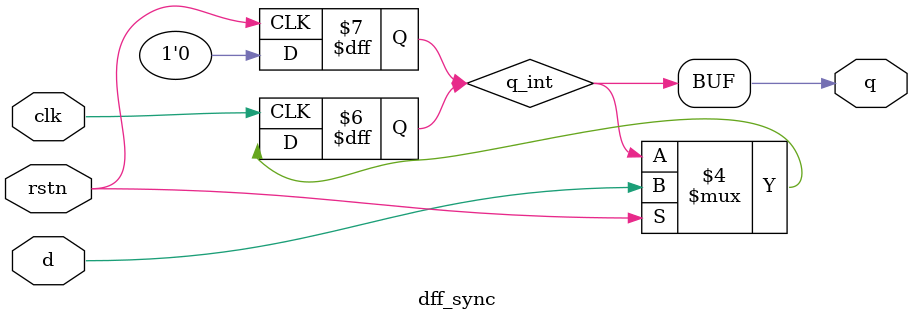
<source format=sv>
module dff_sync #(parameter WIDTH=1) (
    input clk, rstn, 
    input [WIDTH-1:0] d,
    output [WIDTH-1:0] q
);
    reg [WIDTH-1:0] q_int;
    
    // 将原先的单个always块拆分为两个不同功能的always块
    
    // 复位逻辑处理块 - 专门处理异步复位
    always @(negedge rstn) begin
        if (!rstn)
            q_int <= {WIDTH{1'b0}};
    end
    
    // 数据更新处理块 - 专门处理时钟上升沿时的数据装载
    always @(posedge clk) begin
        if (rstn)
            q_int <= d;
    end

    // 输出赋值
    assign q = q_int;
    
endmodule
</source>
